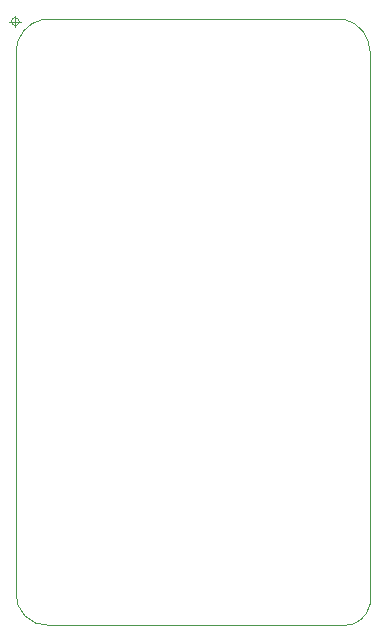
<source format=gbr>
%TF.GenerationSoftware,KiCad,Pcbnew,(6.0.2-0)*%
%TF.CreationDate,2022-06-23T22:24:52+02:00*%
%TF.ProjectId,CapSenseDuo,43617053-656e-4736-9544-756f2e6b6963,rev?*%
%TF.SameCoordinates,Original*%
%TF.FileFunction,Profile,NP*%
%FSLAX46Y46*%
G04 Gerber Fmt 4.6, Leading zero omitted, Abs format (unit mm)*
G04 Created by KiCad (PCBNEW (6.0.2-0)) date 2022-06-23 22:24:52*
%MOMM*%
%LPD*%
G01*
G04 APERTURE LIST*
%TA.AperFunction,Profile*%
%ADD10C,0.050000*%
%TD*%
G04 APERTURE END LIST*
D10*
X127889000Y-151129999D02*
G75*
G03*
X130032373Y-149349885I-5760J2187372D01*
G01*
X100062797Y-148330834D02*
G75*
G03*
X102856797Y-151124834I2662429J-131571D01*
G01*
X100062797Y-102610834D02*
X100062797Y-148330834D01*
X102348797Y-99816834D02*
X127889000Y-99816834D01*
X130032373Y-102489000D02*
G75*
G03*
X127889000Y-99816834I-2825246J-70466D01*
G01*
X102856797Y-151124834D02*
X127889000Y-151130000D01*
X102348797Y-99816833D02*
G75*
G03*
X100062797Y-102610834I533343J-2768554D01*
G01*
X130032373Y-149349885D02*
X130032373Y-102489000D01*
X100333333Y-100000000D02*
G75*
G03*
X100333333Y-100000000I-333333J0D01*
G01*
X99500000Y-100000000D02*
X100500000Y-100000000D01*
X100000000Y-99500000D02*
X100000000Y-100500000D01*
M02*

</source>
